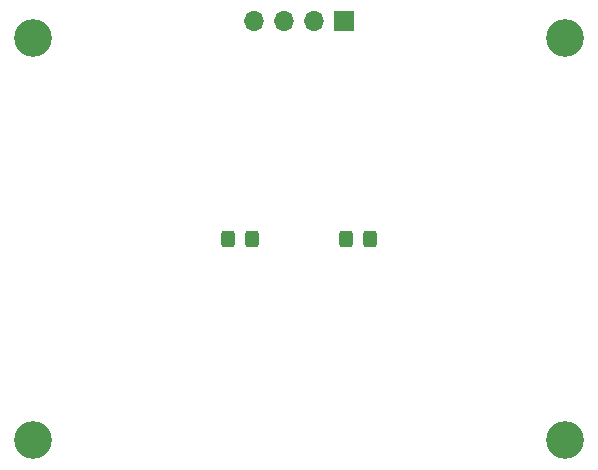
<source format=gbr>
%TF.GenerationSoftware,KiCad,Pcbnew,(6.0.2)*%
%TF.CreationDate,2022-03-01T12:56:47-05:00*%
%TF.ProjectId,shutter_tester,73687574-7465-4725-9f74-65737465722e,A*%
%TF.SameCoordinates,PX717cbc0PY57bcf00*%
%TF.FileFunction,Soldermask,Bot*%
%TF.FilePolarity,Negative*%
%FSLAX46Y46*%
G04 Gerber Fmt 4.6, Leading zero omitted, Abs format (unit mm)*
G04 Created by KiCad (PCBNEW (6.0.2)) date 2022-03-01 12:56:47*
%MOMM*%
%LPD*%
G01*
G04 APERTURE LIST*
G04 Aperture macros list*
%AMRoundRect*
0 Rectangle with rounded corners*
0 $1 Rounding radius*
0 $2 $3 $4 $5 $6 $7 $8 $9 X,Y pos of 4 corners*
0 Add a 4 corners polygon primitive as box body*
4,1,4,$2,$3,$4,$5,$6,$7,$8,$9,$2,$3,0*
0 Add four circle primitives for the rounded corners*
1,1,$1+$1,$2,$3*
1,1,$1+$1,$4,$5*
1,1,$1+$1,$6,$7*
1,1,$1+$1,$8,$9*
0 Add four rect primitives between the rounded corners*
20,1,$1+$1,$2,$3,$4,$5,0*
20,1,$1+$1,$4,$5,$6,$7,0*
20,1,$1+$1,$6,$7,$8,$9,0*
20,1,$1+$1,$8,$9,$2,$3,0*%
G04 Aperture macros list end*
%ADD10C,3.200000*%
%ADD11R,1.700000X1.700000*%
%ADD12O,1.700000X1.700000*%
%ADD13RoundRect,0.250000X0.325000X0.450000X-0.325000X0.450000X-0.325000X-0.450000X0.325000X-0.450000X0*%
G04 APERTURE END LIST*
D10*
%TO.C,H1*%
X5000000Y-5000000D03*
%TD*%
%TO.C,H2*%
X5000000Y-39000000D03*
%TD*%
%TO.C,H3*%
X50000000Y-39000000D03*
%TD*%
%TO.C,H4*%
X50000000Y-5000000D03*
%TD*%
D11*
%TO.C,J1*%
X31320000Y-3500000D03*
D12*
X28780000Y-3500000D03*
X26240000Y-3500000D03*
X23700000Y-3500000D03*
%TD*%
D13*
%TO.C,D1*%
X23525000Y-22000000D03*
X21475000Y-22000000D03*
%TD*%
%TO.C,D2*%
X33525000Y-22000000D03*
X31475000Y-22000000D03*
%TD*%
M02*

</source>
